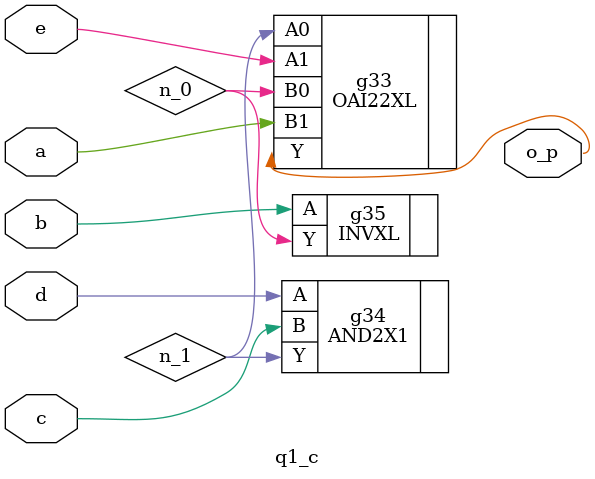
<source format=v>


// Verification Directory fv/q1_c 

module q1_c(a, b, c, d, e, o_p);
  input a, b, c, d, e;
  output o_p;
  wire a, b, c, d, e;
  wire o_p;
  wire n_0, n_1;
  OAI22XL g33(.A0 (n_1), .A1 (e), .B0 (n_0), .B1 (a), .Y (o_p));
  AND2X1 g34(.A (d), .B (c), .Y (n_1));
  INVXL g35(.A (b), .Y (n_0));
endmodule


</source>
